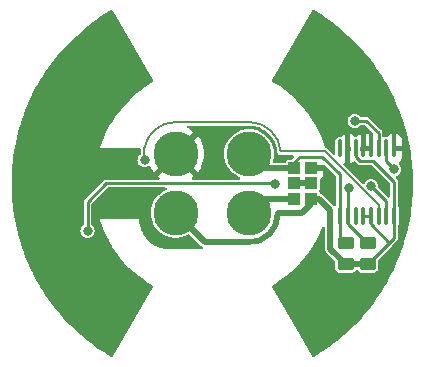
<source format=gbr>
%TF.GenerationSoftware,KiCad,Pcbnew,(7.0.0)*%
%TF.CreationDate,2024-02-03T20:31:45+01:00*%
%TF.ProjectId,Helios_rcv_00xx,48656c69-6f73-45f7-9263-765f30307878,rev?*%
%TF.SameCoordinates,PX9d5b340PY5f5e100*%
%TF.FileFunction,Copper,L2,Bot*%
%TF.FilePolarity,Positive*%
%FSLAX46Y46*%
G04 Gerber Fmt 4.6, Leading zero omitted, Abs format (unit mm)*
G04 Created by KiCad (PCBNEW (7.0.0)) date 2024-02-03 20:31:45*
%MOMM*%
%LPD*%
G01*
G04 APERTURE LIST*
G04 Aperture macros list*
%AMRoundRect*
0 Rectangle with rounded corners*
0 $1 Rounding radius*
0 $2 $3 $4 $5 $6 $7 $8 $9 X,Y pos of 4 corners*
0 Add a 4 corners polygon primitive as box body*
4,1,4,$2,$3,$4,$5,$6,$7,$8,$9,$2,$3,0*
0 Add four circle primitives for the rounded corners*
1,1,$1+$1,$2,$3*
1,1,$1+$1,$4,$5*
1,1,$1+$1,$6,$7*
1,1,$1+$1,$8,$9*
0 Add four rect primitives between the rounded corners*
20,1,$1+$1,$2,$3,$4,$5,0*
20,1,$1+$1,$4,$5,$6,$7,0*
20,1,$1+$1,$6,$7,$8,$9,0*
20,1,$1+$1,$8,$9,$2,$3,0*%
G04 Aperture macros list end*
%TA.AperFunction,SMDPad,CuDef*%
%ADD10RoundRect,0.250000X0.450000X-0.262500X0.450000X0.262500X-0.450000X0.262500X-0.450000X-0.262500X0*%
%TD*%
%TA.AperFunction,SMDPad,CuDef*%
%ADD11R,1.000000X1.000000*%
%TD*%
%TA.AperFunction,SMDPad,CuDef*%
%ADD12RoundRect,0.100000X-0.100000X0.637500X-0.100000X-0.637500X0.100000X-0.637500X0.100000X0.637500X0*%
%TD*%
%TA.AperFunction,ComponentPad*%
%ADD13C,3.800000*%
%TD*%
%TA.AperFunction,ViaPad*%
%ADD14C,0.800000*%
%TD*%
%TA.AperFunction,Conductor*%
%ADD15C,0.250000*%
%TD*%
%TA.AperFunction,Conductor*%
%ADD16C,0.500000*%
%TD*%
%TA.AperFunction,Conductor*%
%ADD17C,0.200000*%
%TD*%
G04 APERTURE END LIST*
D10*
%TO.P,R5,1*%
%TO.N,VCC*%
X13150000Y-6862500D03*
%TO.P,R5,2*%
%TO.N,SDA*%
X13150000Y-5037500D03*
%TD*%
D11*
%TO.P,JP2,1,A*%
%TO.N,SCL*%
X6949999Y1299999D03*
%TO.P,JP2,2,C*%
%TO.N,Net-(JP1-C)*%
X6949999Y0D03*
%TO.P,JP2,3,B*%
%TO.N,SDA*%
X6949999Y-1299999D03*
%TD*%
D12*
%TO.P,U2,1,A0*%
%TO.N,unconnected-(U2-A0-Pad1)*%
X10825000Y2962500D03*
%TO.P,U2,2,A1*%
%TO.N,GND*%
X11475000Y2962500D03*
%TO.P,U2,3,~{RESET}*%
%TO.N,VCC*%
X12125000Y2962500D03*
%TO.P,U2,4,DGND*%
%TO.N,GND*%
X12775000Y2962500D03*
%TO.P,U2,5,AVSS*%
X13425000Y2962500D03*
%TO.P,U2,6,AIN3*%
%TO.N,F3*%
X14075000Y2962500D03*
%TO.P,U2,7,AIN2*%
%TO.N,F2*%
X14725000Y2962500D03*
%TO.P,U2,8,REFN*%
%TO.N,GND*%
X15375000Y2962500D03*
%TO.P,U2,9,REFP*%
%TO.N,VCC*%
X15375000Y-2762500D03*
%TO.P,U2,10,AIN1*%
%TO.N,F1*%
X14725000Y-2762500D03*
%TO.P,U2,11,AIN0*%
%TO.N,F0*%
X14075000Y-2762500D03*
%TO.P,U2,12,AVDD*%
%TO.N,VCC*%
X13425000Y-2762500D03*
%TO.P,U2,13,DVDD*%
X12775000Y-2762500D03*
%TO.P,U2,14,~{DRDY}*%
%TO.N,unconnected-(U2-~{DRDY}-Pad14)*%
X12125000Y-2762500D03*
%TO.P,U2,15,SDA*%
%TO.N,SDA*%
X11475000Y-2762500D03*
%TO.P,U2,16,SCL*%
%TO.N,SCL*%
X10825000Y-2762500D03*
%TD*%
D10*
%TO.P,R4,1*%
%TO.N,VCC*%
X11300000Y-6862500D03*
%TO.P,R4,2*%
%TO.N,SCL*%
X11300000Y-5037500D03*
%TD*%
D11*
%TO.P,JP1,1,A*%
%TO.N,GND*%
X8382499Y1299999D03*
%TO.P,JP1,2,C*%
%TO.N,Net-(JP1-C)*%
X8382499Y0D03*
%TO.P,JP1,3,B*%
%TO.N,VCC*%
X8382499Y-1299999D03*
%TD*%
D13*
%TO.P,J2,1,Pin_1*%
%TO.N,SCL*%
X3100000Y2500000D03*
%TO.P,J2,2,Pin_2*%
%TO.N,SDA*%
X3100000Y-2500000D03*
%TD*%
%TO.P,J1,1,Pin_1*%
%TO.N,GND*%
X-3100000Y2500000D03*
%TO.P,J1,2,Pin_2*%
%TO.N,VCC*%
X-3100000Y-2500000D03*
%TD*%
D14*
%TO.N,GND*%
X15086000Y5004000D03*
X9879000Y559000D03*
%TO.N,SDA*%
X11549500Y-400500D03*
%TO.N,F0*%
X-5742000Y1956000D03*
%TO.N,F1*%
X-10568000Y-4013000D03*
X5285977Y-19939D03*
X13440372Y-235128D03*
%TO.N,F2*%
X15396000Y1194000D03*
%TO.N,F3*%
X12050000Y5300000D03*
%TD*%
D15*
%TO.N,SCL*%
X6950000Y1800000D02*
X6950000Y1300000D01*
X10825000Y756000D02*
X9306000Y2275000D01*
X10825000Y-2762500D02*
X10825000Y756000D01*
X7425000Y2275000D02*
X6950000Y1800000D01*
X10825000Y-2762500D02*
X10825000Y-4562500D01*
D16*
X4300000Y1300000D02*
X3100000Y2500000D01*
D15*
X10825000Y-4562500D02*
X11300000Y-5037500D01*
D16*
X6950000Y1300000D02*
X4300000Y1300000D01*
D15*
X9306000Y2275000D02*
X7425000Y2275000D01*
D16*
%TO.N,SDA*%
X6950000Y-1300000D02*
X4300000Y-1300000D01*
D15*
X13061459Y-5037500D02*
X13150000Y-5037500D01*
X11475000Y-2762500D02*
X11475000Y-3451041D01*
X11549500Y-400500D02*
X11475000Y-475000D01*
X11475000Y-3451041D02*
X13061459Y-5037500D01*
D16*
X4300000Y-1300000D02*
X3100000Y-2500000D01*
D15*
X11475000Y-475000D02*
X11475000Y-2762500D01*
D16*
%TO.N,Net-(JP1-C)*%
X6950000Y0D02*
X8382500Y0D01*
%TO.N,VCC*%
X9050000Y-1300000D02*
X10000000Y-2250000D01*
D15*
X14981250Y-5007291D02*
X14981250Y-5031250D01*
D16*
X-3100000Y-2500000D02*
X-600000Y-5000000D01*
X7600000Y-2550000D02*
X5550000Y-2550000D01*
D15*
X15375000Y-2762500D02*
X15375000Y-4637500D01*
X12125000Y2962500D02*
X12125000Y2273959D01*
D16*
X10000000Y-5562500D02*
X11300000Y-6862500D01*
D15*
X15375000Y143000D02*
X15375000Y-2762500D01*
X15375000Y-4637500D02*
X14981250Y-5031250D01*
D16*
X11300000Y-6862500D02*
X13150000Y-6862500D01*
D15*
X13425000Y-2762500D02*
X13425000Y-3451041D01*
X14981250Y-5031250D02*
X13150000Y-6862500D01*
X13425000Y-3451041D02*
X14981250Y-5007291D01*
D16*
X8382500Y-1300000D02*
X8382500Y-1767500D01*
X10000000Y-2250000D02*
X10000000Y-5562500D01*
D15*
X13618000Y1900000D02*
X15375000Y143000D01*
X12775000Y-2762500D02*
X13425000Y-2762500D01*
D16*
X8382500Y-1300000D02*
X9050000Y-1300000D01*
D15*
X12498959Y1900000D02*
X13618000Y1900000D01*
D16*
X-600000Y-5000000D02*
X3100000Y-5000000D01*
X8382500Y-1767500D02*
X7600000Y-2550000D01*
D15*
X12125000Y2273959D02*
X12498959Y1900000D01*
D16*
X3100000Y-5000000D02*
G75*
G03*
X5550000Y-2550000I0J2450000D01*
G01*
D17*
%TO.N,F0*%
X-5758291Y1972291D02*
X-5758291Y2987150D01*
X-5742000Y1956000D02*
X-5758291Y1972291D01*
X-3084006Y5200000D02*
X3100000Y5200000D01*
X14075000Y-1859000D02*
X14075000Y-2762500D01*
X9516000Y2700000D02*
X14075000Y-1859000D01*
X5800000Y2700000D02*
X9516000Y2700000D01*
X-3100000Y5200021D02*
G75*
G03*
X-5758290Y2987150I2000J-2705521D01*
G01*
X5792888Y2695846D02*
G75*
G03*
X3100000Y5200000I-2692888J-195846D01*
G01*
D15*
%TO.N,F1*%
X14725000Y-1519756D02*
X14725000Y-2762500D01*
X5285977Y-19939D02*
X5285977Y-12932D01*
X-8973924Y-5924D02*
X-10568000Y-1600000D01*
X13440372Y-235128D02*
X14725000Y-1519756D01*
X-10568000Y-1600000D02*
X-10568000Y-4013000D01*
X5285977Y-19939D02*
X5271962Y-5924D01*
X5285977Y-12932D02*
X5278969Y-5924D01*
X5271962Y-5924D02*
X-8973924Y-5924D01*
%TO.N,F2*%
X15396000Y1194000D02*
X14725000Y1865000D01*
X14725000Y1865000D02*
X14725000Y2962500D01*
%TO.N,F3*%
X13050000Y5300000D02*
X12050000Y5300000D01*
X14075000Y2962500D02*
X14075000Y4275000D01*
X14075000Y4275000D02*
X13050000Y5300000D01*
%TD*%
%TA.AperFunction,Conductor*%
%TO.N,GND*%
G36*
X-8471056Y14664506D02*
G01*
X-8424854Y14618594D01*
X-5036826Y8739369D01*
X-5020263Y8677355D01*
X-5036927Y8615368D01*
X-5082352Y8570018D01*
X-5219400Y8491045D01*
X-5219430Y8491027D01*
X-5220939Y8490157D01*
X-5222400Y8489201D01*
X-5222418Y8489189D01*
X-5695358Y8179418D01*
X-5695391Y8179396D01*
X-5696846Y8178442D01*
X-5698266Y8177392D01*
X-5698281Y8177381D01*
X-6152766Y7841139D01*
X-6152800Y7841113D01*
X-6154194Y7840081D01*
X-6155533Y7838968D01*
X-6155562Y7838944D01*
X-6590122Y7477316D01*
X-6590134Y7477306D01*
X-6591490Y7476177D01*
X-6592784Y7474970D01*
X-6592794Y7474960D01*
X-7006004Y7089139D01*
X-7006035Y7089109D01*
X-7007312Y7087916D01*
X-7008517Y7086655D01*
X-7008543Y7086629D01*
X-7399088Y6677836D01*
X-7399108Y6677815D01*
X-7400304Y6676562D01*
X-7401432Y6675239D01*
X-7401447Y6675221D01*
X-7768037Y6244804D01*
X-7768053Y6244785D01*
X-7769185Y6243455D01*
X-7770237Y6242068D01*
X-7770260Y6242038D01*
X-8111674Y5791434D01*
X-8112754Y5790008D01*
X-8113744Y5788534D01*
X-8113748Y5788528D01*
X-8428911Y5319158D01*
X-8428922Y5319142D01*
X-8429892Y5317696D01*
X-8430785Y5316188D01*
X-8430786Y5316185D01*
X-8716447Y4833329D01*
X-8719565Y4828059D01*
X-8720359Y4826525D01*
X-8720368Y4826507D01*
X-8980023Y4324253D01*
X-8980829Y4322693D01*
X-8981542Y4321098D01*
X-8981551Y4321078D01*
X-9212115Y3804855D01*
X-9212127Y3804827D01*
X-9212834Y3803243D01*
X-9213452Y3801618D01*
X-9213459Y3801599D01*
X-9410066Y3283928D01*
X-9414823Y3271402D01*
X-9415350Y3269734D01*
X-9415357Y3269713D01*
X-9495704Y3015266D01*
X-9495704Y3015264D01*
X-9500466Y3000183D01*
X-9500541Y3000000D01*
X-9500532Y2999978D01*
X-9500627Y2999674D01*
X-9500175Y2999532D01*
X-9500099Y2999500D01*
X-9500076Y2999500D01*
X-9499674Y2999373D01*
X-9499634Y2999500D01*
X-6200500Y2999500D01*
X-6199901Y2999500D01*
X-6199500Y2999500D01*
X-6199500Y2999901D01*
X-6199459Y3000000D01*
X-6199496Y3000088D01*
X-6199487Y3000257D01*
X-6158599Y3001594D01*
X-6107304Y2978352D01*
X-6071579Y2934821D01*
X-6058791Y2879977D01*
X-6058791Y2530982D01*
X-6071579Y2476138D01*
X-6107305Y2432606D01*
X-6163836Y2389229D01*
X-6163840Y2389226D01*
X-6170282Y2384282D01*
X-6175226Y2377840D01*
X-6175229Y2377836D01*
X-6261589Y2265289D01*
X-6261592Y2265286D01*
X-6266536Y2258841D01*
X-6269645Y2251338D01*
X-6269646Y2251334D01*
X-6323934Y2120272D01*
X-6323936Y2120267D01*
X-6327044Y2112762D01*
X-6328104Y2104711D01*
X-6328106Y2104703D01*
X-6341912Y1999826D01*
X-6347682Y1956000D01*
X-6346621Y1947941D01*
X-6328106Y1807298D01*
X-6328105Y1807292D01*
X-6327044Y1799238D01*
X-6323935Y1791732D01*
X-6323934Y1791729D01*
X-6277608Y1679888D01*
X-6266536Y1653159D01*
X-6170282Y1527718D01*
X-6044841Y1431464D01*
X-5898762Y1370956D01*
X-5742000Y1350318D01*
X-5585238Y1370956D01*
X-5439159Y1431464D01*
X-5422043Y1444599D01*
X-5372184Y1467546D01*
X-5317298Y1466722D01*
X-5268145Y1442283D01*
X-5234359Y1399020D01*
X-5208953Y1345030D01*
X-5205209Y1338219D01*
X-5047570Y1089819D01*
X-5042994Y1083521D01*
X-4975727Y1002210D01*
X-4964425Y994442D01*
X-4952443Y1001112D01*
X-3453553Y2500000D01*
X-2741569Y2500000D01*
X-2734905Y2488458D01*
X-1247559Y1001112D01*
X-1235576Y994442D01*
X-1224277Y1002207D01*
X-1157003Y1083526D01*
X-1152432Y1089818D01*
X-994793Y1338218D01*
X-991051Y1345024D01*
X-865782Y1611235D01*
X-862922Y1618459D01*
X-772010Y1898255D01*
X-770074Y1905794D01*
X-714947Y2194780D01*
X-713973Y2202500D01*
X-695500Y2496106D01*
X-695500Y2503894D01*
X-713973Y2797501D01*
X-714947Y2805221D01*
X-770074Y3094207D01*
X-772010Y3101746D01*
X-862922Y3381542D01*
X-865782Y3388766D01*
X-991051Y3654977D01*
X-994793Y3661783D01*
X-1152431Y3910182D01*
X-1157007Y3916480D01*
X-1224275Y3997792D01*
X-1235577Y4005560D01*
X-1247559Y3998890D01*
X-2734905Y2511543D01*
X-2741569Y2500000D01*
X-3453553Y2500000D01*
X-3100000Y2853553D01*
X-1596073Y4357482D01*
X-1590169Y4366706D01*
X-1597440Y4374889D01*
X-1808321Y4528103D01*
X-1814885Y4532268D01*
X-2059666Y4666838D01*
X-2106261Y4711710D01*
X-2123918Y4773942D01*
X-2107831Y4836598D01*
X-2062377Y4882627D01*
X-1999928Y4899500D01*
X3052405Y4899500D01*
X3096430Y4899500D01*
X3103571Y4899294D01*
X3368790Y4883995D01*
X3382950Y4882356D01*
X3641142Y4837273D01*
X3655031Y4834013D01*
X3906314Y4759543D01*
X3919743Y4754706D01*
X4160800Y4651832D01*
X4173576Y4645486D01*
X4320962Y4561371D01*
X4401190Y4515584D01*
X4413167Y4507802D01*
X4624337Y4352585D01*
X4635339Y4343478D01*
X4748147Y4238575D01*
X4827256Y4165011D01*
X4837138Y4154698D01*
X4860596Y4127210D01*
X4955204Y4016346D01*
X5007259Y3955348D01*
X5015887Y3943970D01*
X5152919Y3739842D01*
X5161956Y3726381D01*
X5169220Y3714086D01*
X5181501Y3690262D01*
X5289304Y3481133D01*
X5295106Y3468082D01*
X5387602Y3222876D01*
X5391865Y3209244D01*
X5455551Y2955027D01*
X5458218Y2940996D01*
X5492717Y2677571D01*
X5493440Y2670465D01*
X5495873Y2637007D01*
X5496632Y2626580D01*
X5532536Y2538422D01*
X5551598Y2515833D01*
X5568523Y2495775D01*
X5593925Y2465673D01*
X5674790Y2415456D01*
X5767216Y2392685D01*
X5856421Y2399174D01*
X5865416Y2399500D01*
X6789811Y2399500D01*
X6846106Y2385985D01*
X6890129Y2348385D01*
X6912284Y2294898D01*
X6907742Y2237182D01*
X6877493Y2187821D01*
X6802435Y2112762D01*
X6733714Y2044041D01*
X6725744Y2036738D01*
X6717137Y2029515D01*
X6679840Y2007979D01*
X6637426Y2000500D01*
X6430252Y2000500D01*
X6424277Y1999312D01*
X6424271Y1999311D01*
X6383747Y1991250D01*
X6383745Y1991250D01*
X6371769Y1988867D01*
X6361618Y1982085D01*
X6361615Y1982083D01*
X6315601Y1951337D01*
X6315598Y1951335D01*
X6305448Y1944552D01*
X6298665Y1934402D01*
X6298663Y1934399D01*
X6267917Y1888385D01*
X6267915Y1888382D01*
X6261133Y1878231D01*
X6258750Y1866255D01*
X6258750Y1866253D01*
X6255579Y1850309D01*
X6232338Y1799014D01*
X6188806Y1763288D01*
X6133962Y1750500D01*
X5238508Y1750500D01*
X5181460Y1764402D01*
X5137204Y1802991D01*
X5115663Y1857615D01*
X5121667Y1916024D01*
X5127334Y1931968D01*
X5185798Y2213314D01*
X5205408Y2500000D01*
X5185798Y2786686D01*
X5127334Y3068032D01*
X5031104Y3338797D01*
X4898901Y3593936D01*
X4756143Y3796179D01*
X4735633Y3825236D01*
X4735630Y3825239D01*
X4733189Y3828698D01*
X4575266Y3997792D01*
X4539940Y4035617D01*
X4539938Y4035619D01*
X4537053Y4038708D01*
X4533771Y4041378D01*
X4533768Y4041381D01*
X4317429Y4217385D01*
X4317428Y4217386D01*
X4314147Y4220055D01*
X4176423Y4303807D01*
X4072243Y4367161D01*
X4072241Y4367162D01*
X4068625Y4369361D01*
X4064745Y4371047D01*
X4064738Y4371050D01*
X3808939Y4482159D01*
X3808929Y4482163D01*
X3805058Y4483844D01*
X3767269Y4494432D01*
X3532437Y4560229D01*
X3532424Y4560232D01*
X3528358Y4561371D01*
X3524168Y4561947D01*
X3524158Y4561949D01*
X3247875Y4599924D01*
X3247862Y4599925D01*
X3243678Y4600500D01*
X2956322Y4600500D01*
X2952138Y4599925D01*
X2952124Y4599924D01*
X2675841Y4561949D01*
X2675828Y4561947D01*
X2671642Y4561371D01*
X2667577Y4560233D01*
X2667562Y4560229D01*
X2399013Y4484985D01*
X2399008Y4484984D01*
X2394942Y4483844D01*
X2391075Y4482165D01*
X2391060Y4482159D01*
X2135261Y4371050D01*
X2135248Y4371044D01*
X2131375Y4369361D01*
X2127764Y4367166D01*
X2127756Y4367161D01*
X1889465Y4222252D01*
X1889460Y4222249D01*
X1885853Y4220055D01*
X1882578Y4217391D01*
X1882570Y4217385D01*
X1666231Y4041381D01*
X1666220Y4041372D01*
X1662947Y4038708D01*
X1660068Y4035626D01*
X1660059Y4035617D01*
X1469699Y3831791D01*
X1469694Y3831786D01*
X1466811Y3828698D01*
X1464375Y3825248D01*
X1464366Y3825236D01*
X1303545Y3597402D01*
X1303541Y3597397D01*
X1301099Y3593936D01*
X1299153Y3590182D01*
X1299149Y3590174D01*
X1170845Y3342560D01*
X1170840Y3342550D01*
X1168896Y3338797D01*
X1167479Y3334812D01*
X1167475Y3334801D01*
X1074085Y3072026D01*
X1072666Y3068032D01*
X1071804Y3063887D01*
X1071803Y3063881D01*
X1015063Y2790833D01*
X1015061Y2790823D01*
X1014202Y2786686D01*
X1013913Y2782471D01*
X1013913Y2782466D01*
X997220Y2538422D01*
X994592Y2500000D01*
X994881Y2495775D01*
X1013875Y2218086D01*
X1014202Y2213314D01*
X1015061Y2209176D01*
X1015063Y2209168D01*
X1056871Y2007979D01*
X1072666Y1931968D01*
X1074084Y1927977D01*
X1074085Y1927975D01*
X1164112Y1674662D01*
X1168896Y1661203D01*
X1170843Y1657445D01*
X1170845Y1657441D01*
X1250721Y1503289D01*
X1301099Y1406064D01*
X1303545Y1402599D01*
X1464366Y1174765D01*
X1464370Y1174760D01*
X1466811Y1171302D01*
X1469699Y1168210D01*
X1625757Y1001112D01*
X1662947Y961292D01*
X1666228Y958623D01*
X1666231Y958620D01*
X1749152Y891159D01*
X1885853Y779945D01*
X2131375Y630639D01*
X2271415Y569811D01*
X2300196Y557310D01*
X2352098Y515084D01*
X2374505Y452038D01*
X2360892Y386528D01*
X2315222Y337628D01*
X2250794Y319576D01*
X-1636341Y319576D01*
X-1696078Y334914D01*
X-1741038Y377133D01*
X-1760096Y435790D01*
X-1748540Y496372D01*
X-1709227Y543894D01*
X-1597440Y625113D01*
X-1590169Y633296D01*
X-1596073Y642520D01*
X-3088458Y2134905D01*
X-3100000Y2141569D01*
X-3111543Y2134905D01*
X-4603929Y642520D01*
X-4609833Y633296D01*
X-4602562Y625113D01*
X-4490774Y543894D01*
X-4451461Y496372D01*
X-4439905Y435790D01*
X-4458963Y377133D01*
X-4503923Y334914D01*
X-4563660Y319576D01*
X-8954297Y319576D01*
X-8965105Y320048D01*
X-8991925Y322395D01*
X-8991928Y322395D01*
X-9002731Y323340D01*
X-9039227Y313562D01*
X-9049775Y311223D01*
X-9076289Y306548D01*
X-9076293Y306547D01*
X-9086969Y304664D01*
X-9096358Y299245D01*
X-9099806Y297989D01*
X-9103136Y296437D01*
X-9113608Y293630D01*
X-9144553Y271964D01*
X-9153660Y266162D01*
X-9176984Y252696D01*
X-9176990Y252692D01*
X-9186379Y247270D01*
X-9193350Y238964D01*
X-9193351Y238962D01*
X-9210662Y218332D01*
X-9217968Y210360D01*
X-10784286Y-1355958D01*
X-10792258Y-1363264D01*
X-10812886Y-1380573D01*
X-10812888Y-1380574D01*
X-10821194Y-1387545D01*
X-10826616Y-1396934D01*
X-10826620Y-1396940D01*
X-10840086Y-1420264D01*
X-10845888Y-1429371D01*
X-10867554Y-1460316D01*
X-10870361Y-1470788D01*
X-10871913Y-1474118D01*
X-10873169Y-1477566D01*
X-10878588Y-1486955D01*
X-10880471Y-1497631D01*
X-10880472Y-1497635D01*
X-10885147Y-1524149D01*
X-10887486Y-1534697D01*
X-10897264Y-1571193D01*
X-10896319Y-1581996D01*
X-10896319Y-1581999D01*
X-10893972Y-1608819D01*
X-10893500Y-1619627D01*
X-10893500Y-3444701D01*
X-10906288Y-3499545D01*
X-10942014Y-3543077D01*
X-10989836Y-3579771D01*
X-10989840Y-3579774D01*
X-10996282Y-3584718D01*
X-11001226Y-3591160D01*
X-11001229Y-3591164D01*
X-11087589Y-3703711D01*
X-11087592Y-3703714D01*
X-11092536Y-3710159D01*
X-11095645Y-3717662D01*
X-11095646Y-3717666D01*
X-11149934Y-3848728D01*
X-11149936Y-3848733D01*
X-11153044Y-3856238D01*
X-11154104Y-3864289D01*
X-11154106Y-3864297D01*
X-11172298Y-4002482D01*
X-11173682Y-4013000D01*
X-11172621Y-4021059D01*
X-11154106Y-4161702D01*
X-11154105Y-4161708D01*
X-11153044Y-4169762D01*
X-11149935Y-4177268D01*
X-11149934Y-4177271D01*
X-11095831Y-4307887D01*
X-11092536Y-4315841D01*
X-10996282Y-4441282D01*
X-10870841Y-4537536D01*
X-10724762Y-4598044D01*
X-10568000Y-4618682D01*
X-10411238Y-4598044D01*
X-10265159Y-4537536D01*
X-10139718Y-4441282D01*
X-10043464Y-4315841D01*
X-9982956Y-4169762D01*
X-9962318Y-4013000D01*
X-9982956Y-3856238D01*
X-10043464Y-3710159D01*
X-10139718Y-3584718D01*
X-10155296Y-3572765D01*
X-10193986Y-3543077D01*
X-10229712Y-3499545D01*
X-10242500Y-3444701D01*
X-10242500Y-1786188D01*
X-10233061Y-1738735D01*
X-10206181Y-1698507D01*
X-8875417Y-367743D01*
X-8835189Y-340863D01*
X-8787736Y-331424D01*
X-3976483Y-331424D01*
X-3912055Y-349476D01*
X-3866385Y-398376D01*
X-3852772Y-463886D01*
X-3875179Y-526932D01*
X-3927081Y-569158D01*
X-4064739Y-628950D01*
X-4064752Y-628956D01*
X-4068625Y-630639D01*
X-4072236Y-632834D01*
X-4072244Y-632839D01*
X-4310535Y-777748D01*
X-4310540Y-777751D01*
X-4314147Y-779945D01*
X-4317422Y-782609D01*
X-4317430Y-782615D01*
X-4533769Y-958619D01*
X-4533780Y-958628D01*
X-4537053Y-961292D01*
X-4539932Y-964374D01*
X-4539941Y-964383D01*
X-4730301Y-1168209D01*
X-4730306Y-1168214D01*
X-4733189Y-1171302D01*
X-4735625Y-1174752D01*
X-4735634Y-1174764D01*
X-4896455Y-1402598D01*
X-4896459Y-1402603D01*
X-4898901Y-1406064D01*
X-4900847Y-1409818D01*
X-4900851Y-1409826D01*
X-5029155Y-1657440D01*
X-5029160Y-1657450D01*
X-5031104Y-1661203D01*
X-5032521Y-1665188D01*
X-5032525Y-1665199D01*
X-5125497Y-1926798D01*
X-5127334Y-1931968D01*
X-5128196Y-1936113D01*
X-5128197Y-1936119D01*
X-5184937Y-2209167D01*
X-5184939Y-2209177D01*
X-5185798Y-2213314D01*
X-5186087Y-2217529D01*
X-5186087Y-2217534D01*
X-5201339Y-2440512D01*
X-5205408Y-2500000D01*
X-5185798Y-2786686D01*
X-5184939Y-2790824D01*
X-5184937Y-2790832D01*
X-5130470Y-3052942D01*
X-5127334Y-3068032D01*
X-5125916Y-3072023D01*
X-5125915Y-3072025D01*
X-5041269Y-3310197D01*
X-5031104Y-3338797D01*
X-5029157Y-3342555D01*
X-5029155Y-3342559D01*
X-4900851Y-3590173D01*
X-4898901Y-3593936D01*
X-4896455Y-3597401D01*
X-4735634Y-3825235D01*
X-4735630Y-3825240D01*
X-4733189Y-3828698D01*
X-4537053Y-4038708D01*
X-4533772Y-4041377D01*
X-4533769Y-4041380D01*
X-4494423Y-4073390D01*
X-4314147Y-4220055D01*
X-4068625Y-4369361D01*
X-4064740Y-4371048D01*
X-4064739Y-4371049D01*
X-3850323Y-4464183D01*
X-3805058Y-4483844D01*
X-3613427Y-4537536D01*
X-3532438Y-4560228D01*
X-3532436Y-4560228D01*
X-3528358Y-4561371D01*
X-3243678Y-4600500D01*
X-2960559Y-4600500D01*
X-2956322Y-4600500D01*
X-2671642Y-4561371D01*
X-2394942Y-4483844D01*
X-2131375Y-4369361D01*
X-2050667Y-4320280D01*
X-1998920Y-4302878D01*
X-1944713Y-4309387D01*
X-1898557Y-4338547D01*
X-941370Y-5295733D01*
X-932104Y-5306101D01*
X-928019Y-5311224D01*
X-909879Y-5333970D01*
X-902202Y-5339204D01*
X-902201Y-5339205D01*
X-868091Y-5362461D01*
X-827020Y-5409487D01*
X-814071Y-5470565D01*
X-832527Y-5530211D01*
X-877708Y-5573303D01*
X-938161Y-5588915D01*
X-2419981Y-5586297D01*
X-2419982Y-5586296D01*
X-2419982Y-5586297D01*
X-3499766Y-5583889D01*
X-3499934Y-5583888D01*
X-3499934Y-5583867D01*
X-3500344Y-5583884D01*
X-3501203Y-5583877D01*
X-3613111Y-5582330D01*
X-3613659Y-5582321D01*
X-3798013Y-5578957D01*
X-3811676Y-5577951D01*
X-3947370Y-5560379D01*
X-3948999Y-5560157D01*
X-4104388Y-5537936D01*
X-4116760Y-5535520D01*
X-4254790Y-5501193D01*
X-4257440Y-5500502D01*
X-4403664Y-5460689D01*
X-4414609Y-5457156D01*
X-4477921Y-5433420D01*
X-4549775Y-5406481D01*
X-4553346Y-5405079D01*
X-4691588Y-5348312D01*
X-4701046Y-5343955D01*
X-4830446Y-5277630D01*
X-4834792Y-5275292D01*
X-4964035Y-5202414D01*
X-4971973Y-5197536D01*
X-5093414Y-5116471D01*
X-5098336Y-5113010D01*
X-5181613Y-5051364D01*
X-5217162Y-5025048D01*
X-5223592Y-5019949D01*
X-5335159Y-4925297D01*
X-5340406Y-4920580D01*
X-5447361Y-4818714D01*
X-5452360Y-4813671D01*
X-5552342Y-4706838D01*
X-5557730Y-4700683D01*
X-5651373Y-4586283D01*
X-5655077Y-4581527D01*
X-5656855Y-4579125D01*
X-5741978Y-4464155D01*
X-5747208Y-4456507D01*
X-5826294Y-4330965D01*
X-5828832Y-4326753D01*
X-5828928Y-4326587D01*
X-5901399Y-4200706D01*
X-5906211Y-4191471D01*
X-5969628Y-4056192D01*
X-5971203Y-4052693D01*
X-5984855Y-4021059D01*
X-6028415Y-3920125D01*
X-6032471Y-3909381D01*
X-6079388Y-3765183D01*
X-6080163Y-3762712D01*
X-6121191Y-3626450D01*
X-6124205Y-3614214D01*
X-6153982Y-3460024D01*
X-6154232Y-3458685D01*
X-6178430Y-3323795D01*
X-6180100Y-3310197D01*
X-6192638Y-3123084D01*
X-6199511Y-3013343D01*
X-6199459Y-3013217D01*
X-6199501Y-3013116D01*
X-6199503Y-3012715D01*
X-6199903Y-3012717D01*
X-6216086Y-3012728D01*
X-6216088Y-3012728D01*
X-9531312Y-3015106D01*
X-9531313Y-3015106D01*
X-9549099Y-3015119D01*
X-9549139Y-3014993D01*
X-9549542Y-3015119D01*
X-9549564Y-3015120D01*
X-9549640Y-3015151D01*
X-9550092Y-3015294D01*
X-9549997Y-3015597D01*
X-9550006Y-3015620D01*
X-9549937Y-3015788D01*
X-9545263Y-3030590D01*
X-9545263Y-3030592D01*
X-9472404Y-3261322D01*
X-9463841Y-3288439D01*
X-9463212Y-3290095D01*
X-9463211Y-3290098D01*
X-9281594Y-3768298D01*
X-9260795Y-3823060D01*
X-9260083Y-3824655D01*
X-9260076Y-3824671D01*
X-9156670Y-4056192D01*
X-9027577Y-4345224D01*
X-9026771Y-4346783D01*
X-8785611Y-4813259D01*
X-8764945Y-4853232D01*
X-8664213Y-5023498D01*
X-8477437Y-5339205D01*
X-8473756Y-5345426D01*
X-8472789Y-5346867D01*
X-8472784Y-5346874D01*
X-8227652Y-5711943D01*
X-8154958Y-5820204D01*
X-8153901Y-5821599D01*
X-8153891Y-5821613D01*
X-7982734Y-6047505D01*
X-7809590Y-6276020D01*
X-7808446Y-6277363D01*
X-7445795Y-6703148D01*
X-7438777Y-6711387D01*
X-7043728Y-7124887D01*
X-6625729Y-7515174D01*
X-6624367Y-7516307D01*
X-6624364Y-7516310D01*
X-6187509Y-7879838D01*
X-6187498Y-7879846D01*
X-6186142Y-7880975D01*
X-5726400Y-8221098D01*
X-5724940Y-8222054D01*
X-5724926Y-8222064D01*
X-5411086Y-8427620D01*
X-5248001Y-8534436D01*
X-5246458Y-8535325D01*
X-5108130Y-8615034D01*
X-5062703Y-8660384D01*
X-5046039Y-8722373D01*
X-5062603Y-8784388D01*
X-8424853Y-14618596D01*
X-8471056Y-14664507D01*
X-8534153Y-14680667D01*
X-8596737Y-14662617D01*
X-9177090Y-14309552D01*
X-9182061Y-14306363D01*
X-9663178Y-13981304D01*
X-9663228Y-13981270D01*
X-9854768Y-13851395D01*
X-9859387Y-13848105D01*
X-10272927Y-13539031D01*
X-10273201Y-13538826D01*
X-10510405Y-13360518D01*
X-10514776Y-13357076D01*
X-10891369Y-13046599D01*
X-10891740Y-13046292D01*
X-11141641Y-12838632D01*
X-11145737Y-12835074D01*
X-11145748Y-12835064D01*
X-11495746Y-12517338D01*
X-11495978Y-12517126D01*
X-11747020Y-12286938D01*
X-11750813Y-12283308D01*
X-12078228Y-11956320D01*
X-12078761Y-11955785D01*
X-12325074Y-11706778D01*
X-12328620Y-11703041D01*
X-12635472Y-11365910D01*
X-12636070Y-11365248D01*
X-12874541Y-11099425D01*
X-12874543Y-11099423D01*
X-12874553Y-11099411D01*
X-12877775Y-11095670D01*
X-13165140Y-10748039D01*
X-13165665Y-10747398D01*
X-13394082Y-10466353D01*
X-13397082Y-10462510D01*
X-13595446Y-10197824D01*
X-13665367Y-10104525D01*
X-13665915Y-10103786D01*
X-13882520Y-9809014D01*
X-13885245Y-9805153D01*
X-14066088Y-9538243D01*
X-14134617Y-9437099D01*
X-14135225Y-9436191D01*
X-14338729Y-9128919D01*
X-14341162Y-9125094D01*
X-14571471Y-8747635D01*
X-14572215Y-8746400D01*
X-14613600Y-8676765D01*
X-14761668Y-8427620D01*
X-14763824Y-8423837D01*
X-14975038Y-8037412D01*
X-14975765Y-8036061D01*
X-14998277Y-7993598D01*
X-15150275Y-7706890D01*
X-15152229Y-7703043D01*
X-15214245Y-7575500D01*
X-15344154Y-7308327D01*
X-15344866Y-7306835D01*
X-15503736Y-6968255D01*
X-15505452Y-6964433D01*
X-15528372Y-6910959D01*
X-15677913Y-6562074D01*
X-15678518Y-6560633D01*
X-15821222Y-6213447D01*
X-15822694Y-6209692D01*
X-15828501Y-6194138D01*
X-15975409Y-5800618D01*
X-15976082Y-5798771D01*
X-15987134Y-5767649D01*
X-16101979Y-5444255D01*
X-16103222Y-5440569D01*
X-16236062Y-5025379D01*
X-16236622Y-5023574D01*
X-16345364Y-4662449D01*
X-16346354Y-4658971D01*
X-16459124Y-4238475D01*
X-16459644Y-4236465D01*
X-16550790Y-3869945D01*
X-16551605Y-3866452D01*
X-16644099Y-3441630D01*
X-16644579Y-3439312D01*
X-16717829Y-3068426D01*
X-16718440Y-3065086D01*
X-16790545Y-2636659D01*
X-16790916Y-2634298D01*
X-16846066Y-2259874D01*
X-16846498Y-2256643D01*
X-16898089Y-1825518D01*
X-16898358Y-1823030D01*
X-16935224Y-1446097D01*
X-16935491Y-1442948D01*
X-16935496Y-1442880D01*
X-16966469Y-1010191D01*
X-16966636Y-1007399D01*
X-16967295Y-993896D01*
X-16985099Y-628950D01*
X-16985205Y-626038D01*
X-16995536Y-192367D01*
X-16995571Y-189414D01*
X-16995571Y189414D01*
X-16995536Y192367D01*
X-16993272Y287409D01*
X-16985205Y626043D01*
X-16985096Y629013D01*
X-16966633Y1007452D01*
X-16966467Y1010211D01*
X-16963955Y1045298D01*
X-16935487Y1442999D01*
X-16935223Y1446115D01*
X-16898354Y1823074D01*
X-16898091Y1825498D01*
X-16846496Y2256664D01*
X-16846069Y2259856D01*
X-16790903Y2634389D01*
X-16790550Y2636625D01*
X-16718435Y3065113D01*
X-16717834Y3068402D01*
X-16644563Y3439395D01*
X-16644108Y3441588D01*
X-16551599Y3866484D01*
X-16550798Y3869916D01*
X-16459630Y4236520D01*
X-16459138Y4238424D01*
X-16346344Y4659009D01*
X-16345375Y4662416D01*
X-16236603Y5023640D01*
X-16236086Y5025302D01*
X-16103201Y5440634D01*
X-16101993Y5444218D01*
X-15976045Y5798878D01*
X-15975443Y5800529D01*
X-15822671Y6209755D01*
X-15821239Y6213407D01*
X-15678479Y6560729D01*
X-15677960Y6561966D01*
X-15505430Y6964486D01*
X-15503740Y6968247D01*
X-15344809Y7306958D01*
X-15344212Y7308209D01*
X-15152200Y7703104D01*
X-15150299Y7706845D01*
X-14975675Y8036232D01*
X-14975121Y8037261D01*
X-14763797Y8423888D01*
X-14761696Y8427574D01*
X-14572136Y8746535D01*
X-14571569Y8747476D01*
X-14341132Y9125144D01*
X-14338761Y9128871D01*
X-14135086Y9436402D01*
X-14134755Y9436897D01*
X-13885217Y9805195D01*
X-13882541Y9808988D01*
X-13665763Y10103993D01*
X-13665530Y10104308D01*
X-13397063Y10462538D01*
X-13394082Y10466355D01*
X-13394079Y10466359D01*
X-13165544Y10747548D01*
X-13165343Y10747794D01*
X-12877734Y11095721D01*
X-12874596Y11099364D01*
X-12635823Y11365525D01*
X-12328583Y11703083D01*
X-12325111Y11706742D01*
X-12078529Y11956021D01*
X-11750759Y12283363D01*
X-11747070Y12286893D01*
X-11495838Y12517255D01*
X-11145683Y12835124D01*
X-11141695Y12838588D01*
X-10891763Y13046275D01*
X-10514726Y13357118D01*
X-10510456Y13360481D01*
X-10273087Y13538913D01*
X-10272927Y13539032D01*
X-10117149Y13655460D01*
X-9859361Y13848127D01*
X-9854826Y13851357D01*
X-9663451Y13981120D01*
X-9182033Y14306383D01*
X-9177118Y14309536D01*
X-8596737Y14662618D01*
X-8534154Y14680667D01*
X-8471056Y14664506D01*
G37*
%TD.AperFunction*%
%TA.AperFunction,Conductor*%
G36*
X8595705Y14662493D02*
G01*
X9175861Y14309547D01*
X9180814Y14306370D01*
X9661641Y13981507D01*
X9661921Y13981318D01*
X9853547Y13851385D01*
X9858135Y13848117D01*
X9858149Y13848107D01*
X10271481Y13539189D01*
X10509191Y13360501D01*
X10513534Y13357080D01*
X10781164Y13136436D01*
X10889955Y13046745D01*
X10890326Y13046438D01*
X11140413Y12838624D01*
X11144501Y12835073D01*
X11494475Y12517369D01*
X11745751Y12286967D01*
X11745764Y12286955D01*
X11749585Y12283299D01*
X12076907Y11956405D01*
X12077440Y11955869D01*
X12323845Y11706769D01*
X12327391Y11703032D01*
X12634140Y11366014D01*
X12634738Y11365352D01*
X12873301Y11099425D01*
X12876573Y11095626D01*
X13163824Y10748133D01*
X13164478Y10747336D01*
X13392840Y10466359D01*
X13395840Y10462515D01*
X13664044Y10104638D01*
X13664740Y10103700D01*
X13881280Y9809016D01*
X13884013Y9805144D01*
X14133258Y9437278D01*
X14133985Y9436193D01*
X14337485Y9128926D01*
X14339954Y9125043D01*
X14570206Y8747678D01*
X14570950Y8746443D01*
X14760412Y8427650D01*
X14762623Y8423771D01*
X14973758Y8037488D01*
X14974507Y8036097D01*
X15149034Y7706893D01*
X15150994Y7703035D01*
X15342872Y7308415D01*
X15343612Y7306866D01*
X15502501Y6968247D01*
X15504217Y6964424D01*
X15676605Y6562236D01*
X15677323Y6560526D01*
X15819979Y6213456D01*
X15821458Y6209683D01*
X15974155Y5800658D01*
X15974837Y5798787D01*
X16100733Y5444275D01*
X16101984Y5440565D01*
X16234774Y5025534D01*
X16235406Y5023500D01*
X16344109Y4662505D01*
X16345143Y4658872D01*
X16457859Y4238575D01*
X16458426Y4236380D01*
X16549543Y3869979D01*
X16550370Y3866434D01*
X16642851Y3441671D01*
X16643339Y3439317D01*
X16716582Y3068460D01*
X16717212Y3065014D01*
X16789280Y2636811D01*
X16789676Y2634300D01*
X16844825Y2259885D01*
X16845271Y2256549D01*
X16896829Y1825695D01*
X16897118Y1823032D01*
X16933984Y1446099D01*
X16934257Y1442882D01*
X16965224Y1010263D01*
X16965393Y1007452D01*
X16983855Y629013D01*
X16983967Y625925D01*
X16994297Y192409D01*
X16994332Y189455D01*
X16994332Y-189455D01*
X16994297Y-192409D01*
X16983967Y-625923D01*
X16983855Y-629011D01*
X16965393Y-1007450D01*
X16965224Y-1010261D01*
X16934257Y-1442880D01*
X16933984Y-1446097D01*
X16897118Y-1823030D01*
X16896829Y-1825693D01*
X16845271Y-2256547D01*
X16844825Y-2259883D01*
X16789676Y-2634298D01*
X16789280Y-2636809D01*
X16717212Y-3065012D01*
X16716582Y-3068458D01*
X16643339Y-3439315D01*
X16642851Y-3441669D01*
X16550370Y-3866432D01*
X16549543Y-3869977D01*
X16458426Y-4236378D01*
X16457859Y-4238573D01*
X16345143Y-4658870D01*
X16344109Y-4662503D01*
X16235406Y-5023498D01*
X16234774Y-5025532D01*
X16101984Y-5440563D01*
X16100733Y-5444273D01*
X15974837Y-5798785D01*
X15974155Y-5800656D01*
X15821458Y-6209681D01*
X15819979Y-6213454D01*
X15677323Y-6560524D01*
X15676605Y-6562234D01*
X15504217Y-6964422D01*
X15502501Y-6968245D01*
X15343612Y-7306864D01*
X15342872Y-7308413D01*
X15150994Y-7703033D01*
X15149034Y-7706891D01*
X14974507Y-8036095D01*
X14973758Y-8037486D01*
X14762623Y-8423769D01*
X14760412Y-8427648D01*
X14570950Y-8746441D01*
X14570206Y-8747676D01*
X14339954Y-9125041D01*
X14337485Y-9128924D01*
X14133985Y-9436191D01*
X14133258Y-9437276D01*
X13884013Y-9805142D01*
X13881280Y-9809014D01*
X13664740Y-10103698D01*
X13664044Y-10104636D01*
X13395840Y-10462513D01*
X13392840Y-10466357D01*
X13164478Y-10747334D01*
X13163824Y-10748131D01*
X12876573Y-11095624D01*
X12873301Y-11099423D01*
X12634738Y-11365350D01*
X12634140Y-11366012D01*
X12327391Y-11703030D01*
X12323845Y-11706767D01*
X12077440Y-11955867D01*
X12076907Y-11956403D01*
X11749585Y-12283297D01*
X11745764Y-12286953D01*
X11494739Y-12517126D01*
X11494282Y-12517543D01*
X11144509Y-12835064D01*
X11140413Y-12838622D01*
X10890373Y-13046397D01*
X10890003Y-13046704D01*
X10513548Y-13357068D01*
X10509177Y-13360509D01*
X10271862Y-13538902D01*
X10271586Y-13539109D01*
X9858147Y-13848106D01*
X9853504Y-13851412D01*
X9662111Y-13981188D01*
X9661940Y-13981304D01*
X9180823Y-14306363D01*
X9175852Y-14309552D01*
X8595855Y-14662400D01*
X8533136Y-14680452D01*
X8469939Y-14664156D01*
X8423769Y-14618028D01*
X7415314Y-12854842D01*
X5086083Y-8782407D01*
X5069722Y-8720564D01*
X5086365Y-8658793D01*
X5131581Y-8613540D01*
X5271908Y-8532280D01*
X5749725Y-8217875D01*
X6208842Y-7876744D01*
X6647767Y-7509994D01*
X7065070Y-7118820D01*
X7459396Y-6704493D01*
X7829461Y-6268361D01*
X8174063Y-5811842D01*
X8492080Y-5336422D01*
X8782478Y-4843645D01*
X9044312Y-4335116D01*
X9276732Y-3812487D01*
X9309510Y-3725774D01*
X9350127Y-3671157D01*
X9413452Y-3646207D01*
X9480408Y-3658439D01*
X9530820Y-3704170D01*
X9549500Y-3769620D01*
X9549500Y-5530239D01*
X9548720Y-5544122D01*
X9545770Y-5570300D01*
X9545770Y-5570303D01*
X9544730Y-5579535D01*
X9548079Y-5597233D01*
X9555356Y-5635697D01*
X9556132Y-5640265D01*
X9563267Y-5687601D01*
X9564652Y-5696787D01*
X9568379Y-5704526D01*
X9569977Y-5712972D01*
X9574321Y-5721191D01*
X9596687Y-5763510D01*
X9598777Y-5767649D01*
X9619544Y-5810773D01*
X9619546Y-5810776D01*
X9623575Y-5819142D01*
X9629417Y-5825439D01*
X9633434Y-5833038D01*
X9640003Y-5839607D01*
X9640004Y-5839608D01*
X9673846Y-5873450D01*
X9677064Y-5876790D01*
X9715945Y-5918694D01*
X9721950Y-5922161D01*
X9727653Y-5927257D01*
X10363181Y-6562784D01*
X10390061Y-6603012D01*
X10399500Y-6650465D01*
X10399500Y-7179266D01*
X10399769Y-7182141D01*
X10399770Y-7182149D01*
X10401649Y-7202187D01*
X10401649Y-7202191D01*
X10402354Y-7209699D01*
X10404842Y-7216811D01*
X10404844Y-7216817D01*
X10444138Y-7329113D01*
X10444139Y-7329116D01*
X10447207Y-7337882D01*
X10452722Y-7345355D01*
X10452724Y-7345358D01*
X10519527Y-7435873D01*
X10527850Y-7447150D01*
X10637118Y-7527793D01*
X10765301Y-7572646D01*
X10795734Y-7575500D01*
X11801373Y-7575500D01*
X11804266Y-7575500D01*
X11834699Y-7572646D01*
X11962882Y-7527793D01*
X12072150Y-7447150D01*
X12125233Y-7375224D01*
X12169118Y-7338167D01*
X12225000Y-7324861D01*
X12280882Y-7338167D01*
X12324766Y-7375224D01*
X12377850Y-7447150D01*
X12487118Y-7527793D01*
X12615301Y-7572646D01*
X12645734Y-7575500D01*
X13651373Y-7575500D01*
X13654266Y-7575500D01*
X13684699Y-7572646D01*
X13812882Y-7527793D01*
X13922150Y-7447150D01*
X14002793Y-7337882D01*
X14047646Y-7209699D01*
X14050500Y-7179266D01*
X14050500Y-6545734D01*
X14047646Y-6515301D01*
X14045185Y-6508270D01*
X14047336Y-6446974D01*
X14078645Y-6394179D01*
X15197540Y-5275284D01*
X15205492Y-5267997D01*
X15234444Y-5243705D01*
X15239869Y-5234306D01*
X15243437Y-5230055D01*
X15250737Y-5222087D01*
X15591290Y-4881534D01*
X15599242Y-4874247D01*
X15628194Y-4849955D01*
X15647085Y-4817233D01*
X15652880Y-4808135D01*
X15674554Y-4777184D01*
X15677362Y-4766699D01*
X15678901Y-4763400D01*
X15680156Y-4759951D01*
X15685588Y-4750545D01*
X15692149Y-4713330D01*
X15694478Y-4702824D01*
X15704264Y-4666307D01*
X15700972Y-4628677D01*
X15700500Y-4617870D01*
X15700500Y-3646413D01*
X15706050Y-3609732D01*
X15720858Y-3579112D01*
X15727206Y-3572765D01*
X15772585Y-3469991D01*
X15775500Y-3444865D01*
X15775499Y-2080136D01*
X15772585Y-2055009D01*
X15727206Y-1952235D01*
X15720858Y-1945887D01*
X15706050Y-1915268D01*
X15700500Y-1878587D01*
X15700500Y123381D01*
X15700972Y134188D01*
X15701859Y144333D01*
X15704263Y171807D01*
X15698543Y193154D01*
X15694486Y208296D01*
X15692148Y218837D01*
X15685588Y256045D01*
X15680162Y265443D01*
X15678912Y268877D01*
X15677362Y272200D01*
X15674554Y282684D01*
X15652889Y313624D01*
X15647085Y322734D01*
X15628194Y355455D01*
X15619881Y362430D01*
X15619880Y362432D01*
X15599261Y379733D01*
X15591286Y387041D01*
X15554309Y424018D01*
X15523329Y475704D01*
X15520373Y535890D01*
X15546137Y590364D01*
X15594537Y626260D01*
X15601034Y628951D01*
X15698841Y669464D01*
X15824282Y765718D01*
X15920536Y891159D01*
X15981044Y1037238D01*
X16001682Y1194000D01*
X15981044Y1350762D01*
X15920536Y1496841D01*
X15824282Y1622282D01*
X15812750Y1631131D01*
X15777025Y1674662D01*
X15764237Y1729506D01*
X15777025Y1784350D01*
X15812751Y1827882D01*
X15896479Y1892129D01*
X15907868Y1903518D01*
X15994152Y2015964D01*
X16002209Y2029922D01*
X16056444Y2160857D01*
X16060617Y2176431D01*
X16074470Y2281658D01*
X16075000Y2289730D01*
X16075000Y2746174D01*
X16071549Y2759050D01*
X16058674Y2762500D01*
X15299000Y2762500D01*
X15237000Y2779113D01*
X15191613Y2824500D01*
X15175000Y2886500D01*
X15175000Y3178826D01*
X15575000Y3178826D01*
X15578450Y3165951D01*
X15591326Y3162500D01*
X16058673Y3162500D01*
X16071548Y3165951D01*
X16074999Y3178826D01*
X16074999Y3635267D01*
X16074469Y3643345D01*
X16060617Y3748571D01*
X16056444Y3764143D01*
X16002209Y3895079D01*
X15994152Y3909037D01*
X15907868Y4021483D01*
X15896482Y4032869D01*
X15784036Y4119153D01*
X15770078Y4127210D01*
X15639145Y4181444D01*
X15623568Y4185618D01*
X15592552Y4189702D01*
X15578873Y4187596D01*
X15575000Y4174308D01*
X15575000Y3178826D01*
X15175000Y3178826D01*
X15175000Y4174310D01*
X15171127Y4187595D01*
X15157446Y4189701D01*
X15126429Y4185618D01*
X15110857Y4181445D01*
X14979921Y4127210D01*
X14965963Y4119153D01*
X14853517Y4032869D01*
X14842126Y4021478D01*
X14786522Y3949013D01*
X14742991Y3913288D01*
X14688148Y3900500D01*
X14583714Y3900500D01*
X14583696Y3900500D01*
X14580136Y3900499D01*
X14576589Y3900088D01*
X14576577Y3900087D01*
X14564276Y3898660D01*
X14564274Y3898660D01*
X14555009Y3897585D01*
X14552628Y3896534D01*
X14500654Y3894661D01*
X14449200Y3917828D01*
X14413340Y3961397D01*
X14400500Y4016346D01*
X14400500Y4255373D01*
X14400972Y4266181D01*
X14403318Y4292999D01*
X14404264Y4303807D01*
X14394481Y4340315D01*
X14392145Y4350857D01*
X14390977Y4357482D01*
X14385588Y4388045D01*
X14380160Y4397445D01*
X14378910Y4400881D01*
X14377363Y4404199D01*
X14374554Y4414684D01*
X14352892Y4445621D01*
X14347080Y4454743D01*
X14342481Y4462709D01*
X14328194Y4487455D01*
X14319881Y4494430D01*
X14319880Y4494432D01*
X14299255Y4511738D01*
X14291280Y4519046D01*
X13294043Y5516283D01*
X13286734Y5524259D01*
X13262455Y5553194D01*
X13253062Y5558617D01*
X13253060Y5558619D01*
X13229735Y5572086D01*
X13220627Y5577888D01*
X13189684Y5599554D01*
X13179206Y5602362D01*
X13175873Y5603916D01*
X13172432Y5605169D01*
X13163045Y5610588D01*
X13152366Y5612472D01*
X13152361Y5612473D01*
X13125852Y5617148D01*
X13115297Y5619487D01*
X13089283Y5626457D01*
X13078807Y5629264D01*
X13068003Y5628319D01*
X13068000Y5628319D01*
X13041181Y5625972D01*
X13030373Y5625500D01*
X12618299Y5625500D01*
X12563455Y5638288D01*
X12519923Y5674014D01*
X12512748Y5683365D01*
X12478282Y5728282D01*
X12352841Y5824536D01*
X12345333Y5827646D01*
X12214271Y5881934D01*
X12214268Y5881935D01*
X12206762Y5885044D01*
X12198708Y5886105D01*
X12198702Y5886106D01*
X12058059Y5904621D01*
X12050000Y5905682D01*
X12041941Y5904621D01*
X11901297Y5886106D01*
X11901289Y5886104D01*
X11893238Y5885044D01*
X11885733Y5881936D01*
X11885728Y5881934D01*
X11754666Y5827646D01*
X11754662Y5827645D01*
X11747159Y5824536D01*
X11740714Y5819592D01*
X11740711Y5819589D01*
X11628164Y5733229D01*
X11628160Y5733226D01*
X11621718Y5728282D01*
X11616774Y5721840D01*
X11616771Y5721836D01*
X11530411Y5609289D01*
X11530408Y5609286D01*
X11525464Y5602841D01*
X11522355Y5595338D01*
X11522354Y5595334D01*
X11468066Y5464272D01*
X11468064Y5464267D01*
X11464956Y5456762D01*
X11463896Y5448711D01*
X11463894Y5448703D01*
X11449111Y5336406D01*
X11444318Y5300000D01*
X11445379Y5291941D01*
X11463894Y5151298D01*
X11463895Y5151292D01*
X11464956Y5143238D01*
X11468065Y5135732D01*
X11468066Y5135729D01*
X11482249Y5101489D01*
X11525464Y4997159D01*
X11621718Y4871718D01*
X11747159Y4775464D01*
X11893238Y4714956D01*
X12050000Y4694318D01*
X12206762Y4714956D01*
X12352841Y4775464D01*
X12478282Y4871718D01*
X12519923Y4925987D01*
X12563455Y4961712D01*
X12618299Y4974500D01*
X12863812Y4974500D01*
X12911265Y4965061D01*
X12951493Y4938181D01*
X13593488Y4296186D01*
X13625925Y4239291D01*
X13625000Y4182735D01*
X13625000Y2886500D01*
X13608387Y2824500D01*
X13563000Y2779113D01*
X13501000Y2762500D01*
X12649499Y2762500D01*
X12587499Y2779113D01*
X12542112Y2824500D01*
X12525499Y2886500D01*
X12525499Y3067612D01*
X12534938Y3115065D01*
X12561818Y3155293D01*
X12571211Y3164687D01*
X12575000Y3178826D01*
X12975000Y3178826D01*
X12978450Y3165951D01*
X12991326Y3162500D01*
X13208674Y3162500D01*
X13221549Y3165951D01*
X13225000Y3178826D01*
X13225000Y4174310D01*
X13221127Y4187595D01*
X13207446Y4189701D01*
X13176429Y4185618D01*
X13160857Y4181445D01*
X13147448Y4175891D01*
X13100000Y4166454D01*
X13052552Y4175891D01*
X13039145Y4181444D01*
X13023568Y4185618D01*
X12992552Y4189702D01*
X12978873Y4187596D01*
X12975000Y4174308D01*
X12975000Y3178826D01*
X12575000Y3178826D01*
X12575000Y4174310D01*
X12571127Y4187595D01*
X12557446Y4189701D01*
X12526429Y4185618D01*
X12510857Y4181445D01*
X12379921Y4127210D01*
X12365963Y4119153D01*
X12253517Y4032869D01*
X12242131Y4021483D01*
X12223376Y3997040D01*
X12179844Y3961315D01*
X12125000Y3948527D01*
X12070156Y3961315D01*
X12026624Y3997040D01*
X12007868Y4021483D01*
X11996482Y4032869D01*
X11884036Y4119153D01*
X11870078Y4127210D01*
X11739145Y4181444D01*
X11723568Y4185618D01*
X11692552Y4189702D01*
X11678873Y4187596D01*
X11675000Y4174308D01*
X11675000Y3178826D01*
X11678788Y3164687D01*
X11688181Y3155294D01*
X11715061Y3115066D01*
X11724500Y3067613D01*
X11724500Y2857388D01*
X11715061Y2809936D01*
X11688183Y2769708D01*
X11678788Y2760314D01*
X11675000Y2746174D01*
X11675000Y1750690D01*
X11678872Y1737406D01*
X11692553Y1735300D01*
X11723570Y1739383D01*
X11739142Y1743556D01*
X11870078Y1797791D01*
X11884040Y1805851D01*
X11938511Y1847648D01*
X11992465Y1871389D01*
X12051285Y1867534D01*
X12101679Y1836954D01*
X12254909Y1683724D01*
X12262218Y1675749D01*
X12274423Y1661203D01*
X12286504Y1646806D01*
X12319222Y1627917D01*
X12328338Y1622108D01*
X12359275Y1600446D01*
X12369760Y1597637D01*
X12373078Y1596090D01*
X12376514Y1594840D01*
X12385914Y1589412D01*
X12401613Y1586644D01*
X12423102Y1582855D01*
X12433644Y1580519D01*
X12470152Y1570736D01*
X12507778Y1574029D01*
X12518586Y1574500D01*
X13431812Y1574500D01*
X13479265Y1565061D01*
X13519493Y1538181D01*
X15013181Y44492D01*
X15040061Y4264D01*
X15049500Y-43189D01*
X15049500Y-1084567D01*
X15035985Y-1140862D01*
X14998385Y-1184885D01*
X14944898Y-1207040D01*
X14887182Y-1202498D01*
X14837819Y-1172248D01*
X14072383Y-406813D01*
X14042645Y-358990D01*
X14037125Y-302946D01*
X14044993Y-243187D01*
X14046054Y-235128D01*
X14025416Y-78366D01*
X13964908Y67713D01*
X13868654Y193154D01*
X13743213Y289408D01*
X13706382Y304664D01*
X13604643Y346806D01*
X13604640Y346807D01*
X13597134Y349916D01*
X13589080Y350977D01*
X13589074Y350978D01*
X13448431Y369493D01*
X13440372Y370554D01*
X13432313Y369493D01*
X13291669Y350978D01*
X13291661Y350976D01*
X13283610Y349916D01*
X13276105Y346808D01*
X13276100Y346806D01*
X13145038Y292518D01*
X13145034Y292517D01*
X13137531Y289408D01*
X13131086Y284464D01*
X13131083Y284461D01*
X13018536Y198101D01*
X13018532Y198098D01*
X13012090Y193154D01*
X13007146Y186712D01*
X13007143Y186708D01*
X12920783Y74161D01*
X12920780Y74158D01*
X12915836Y67713D01*
X12912727Y60210D01*
X12912726Y60206D01*
X12886515Y-3074D01*
X12850619Y-51474D01*
X12796145Y-77238D01*
X12735959Y-74282D01*
X12684273Y-43302D01*
X11109918Y1531053D01*
X11077823Y1586644D01*
X11077826Y1650835D01*
X11109925Y1706423D01*
X11165519Y1738513D01*
X11218113Y1738506D01*
X11218369Y1740444D01*
X11257447Y1735299D01*
X11271126Y1737405D01*
X11275000Y1750692D01*
X11275000Y4174310D01*
X11271127Y4187595D01*
X11257446Y4189701D01*
X11226429Y4185618D01*
X11210857Y4181445D01*
X11079921Y4127210D01*
X11065963Y4119153D01*
X10953517Y4032869D01*
X10942126Y4021478D01*
X10886522Y3949013D01*
X10842991Y3913288D01*
X10788148Y3900500D01*
X10683714Y3900500D01*
X10683696Y3900500D01*
X10680136Y3900499D01*
X10676589Y3900088D01*
X10676577Y3900087D01*
X10664277Y3898660D01*
X10664275Y3898660D01*
X10655009Y3897585D01*
X10646479Y3893820D01*
X10646476Y3893818D01*
X10562745Y3856847D01*
X10562743Y3856846D01*
X10552235Y3852206D01*
X10544112Y3844084D01*
X10544109Y3844081D01*
X10480919Y3780891D01*
X10480916Y3780888D01*
X10472794Y3772765D01*
X10468154Y3762257D01*
X10468153Y3762255D01*
X10431181Y3678523D01*
X10431179Y3678516D01*
X10427415Y3669991D01*
X10426340Y3660729D01*
X10426340Y3660727D01*
X10424911Y3648415D01*
X10424910Y3648401D01*
X10424500Y3644865D01*
X10424500Y3641291D01*
X10424500Y3641290D01*
X10424500Y2515833D01*
X10410985Y2459538D01*
X10373385Y2415515D01*
X10319898Y2393360D01*
X10262182Y2397902D01*
X10212819Y2428152D01*
X9765155Y2875816D01*
X9762797Y2878526D01*
X9759958Y2884228D01*
X9751466Y2891970D01*
X9751465Y2891971D01*
X9725681Y2915476D01*
X9721539Y2919432D01*
X9712852Y2928119D01*
X9708797Y2932174D01*
X9704066Y2935416D01*
X9703386Y2935980D01*
X9699067Y2939738D01*
X9697687Y2940996D01*
X9689907Y2948089D01*
X9685423Y2952177D01*
X9685421Y2952179D01*
X9676933Y2959916D01*
X9666220Y2964067D01*
X9659780Y2968054D01*
X9655902Y2970098D01*
X9648958Y2973164D01*
X9639481Y2979656D01*
X9628299Y2982287D01*
X9628295Y2982288D01*
X9615439Y2985312D01*
X9559492Y3015120D01*
X9525588Y3068684D01*
X9457631Y3283928D01*
X9457104Y3285598D01*
X9254593Y3818964D01*
X9022028Y4339928D01*
X9020778Y4342347D01*
X8907625Y4561371D01*
X8760166Y4846799D01*
X8469857Y5337931D01*
X8152042Y5811728D01*
X7848052Y6213407D01*
X7808826Y6265238D01*
X7808823Y6265241D01*
X7807755Y6266653D01*
X7643844Y6459357D01*
X7439266Y6699872D01*
X7439257Y6699882D01*
X7438113Y6701227D01*
X7089085Y7067110D01*
X7045525Y7112774D01*
X7045519Y7112780D01*
X7044317Y7114040D01*
X7043051Y7115224D01*
X7043040Y7115235D01*
X6628936Y7502546D01*
X6628925Y7502556D01*
X6627646Y7503752D01*
X6189452Y7869095D01*
X6188034Y7870147D01*
X6188023Y7870155D01*
X5732575Y8207835D01*
X5732561Y8207845D01*
X5731158Y8208885D01*
X5541431Y8333459D01*
X5255734Y8521047D01*
X5255715Y8521059D01*
X5254254Y8522018D01*
X5114730Y8602636D01*
X5069423Y8647929D01*
X5052768Y8709792D01*
X5069213Y8771710D01*
X8423705Y14618267D01*
X8469888Y14664304D01*
X8533044Y14680543D01*
X8595705Y14662493D01*
G37*
%TD.AperFunction*%
%TA.AperFunction,Conductor*%
G36*
X9561279Y1559395D02*
G01*
X10030854Y1089819D01*
X10463181Y657492D01*
X10490061Y617264D01*
X10499500Y569811D01*
X10499500Y-1810053D01*
X10485565Y-1867164D01*
X10446892Y-1911439D01*
X10392173Y-1932927D01*
X10333707Y-1926798D01*
X10299416Y-1904179D01*
X10297638Y-1906410D01*
X10290375Y-1900618D01*
X10284055Y-1893806D01*
X10278046Y-1890336D01*
X10272343Y-1885239D01*
X9391368Y-1004265D01*
X9382102Y-993896D01*
X9365676Y-973298D01*
X9365672Y-973294D01*
X9359879Y-966030D01*
X9312643Y-933825D01*
X9308870Y-931148D01*
X9302939Y-926771D01*
X9262882Y-897207D01*
X9254775Y-894370D01*
X9247673Y-889528D01*
X9238798Y-886790D01*
X9238795Y-886789D01*
X9193049Y-872679D01*
X9188642Y-871229D01*
X9161391Y-861693D01*
X9108737Y-825973D01*
X9080731Y-768846D01*
X9071367Y-721769D01*
X9064582Y-711614D01*
X9059908Y-700330D01*
X9061486Y-699676D01*
X9050926Y-674180D01*
X9050933Y-625779D01*
X9061486Y-600323D01*
X9059908Y-599670D01*
X9064581Y-588385D01*
X9071367Y-578231D01*
X9083000Y-519748D01*
X9083000Y263444D01*
X9096116Y318948D01*
X9132689Y362711D01*
X9232592Y437499D01*
X9245001Y449908D01*
X9320537Y550811D01*
X9328952Y566223D01*
X9373388Y685359D01*
X9376926Y700333D01*
X9382146Y748886D01*
X9382500Y755482D01*
X9382500Y1033674D01*
X9379049Y1046550D01*
X9366174Y1050000D01*
X8256500Y1050000D01*
X8194500Y1066613D01*
X8149113Y1112000D01*
X8132500Y1174000D01*
X8132500Y1426000D01*
X8149113Y1488000D01*
X8194500Y1533387D01*
X8256500Y1550000D01*
X9366174Y1550000D01*
X9380311Y1553789D01*
X9385916Y1559393D01*
X9441504Y1591487D01*
X9505692Y1591488D01*
X9561279Y1559395D01*
G37*
%TD.AperFunction*%
%TD*%
M02*

</source>
